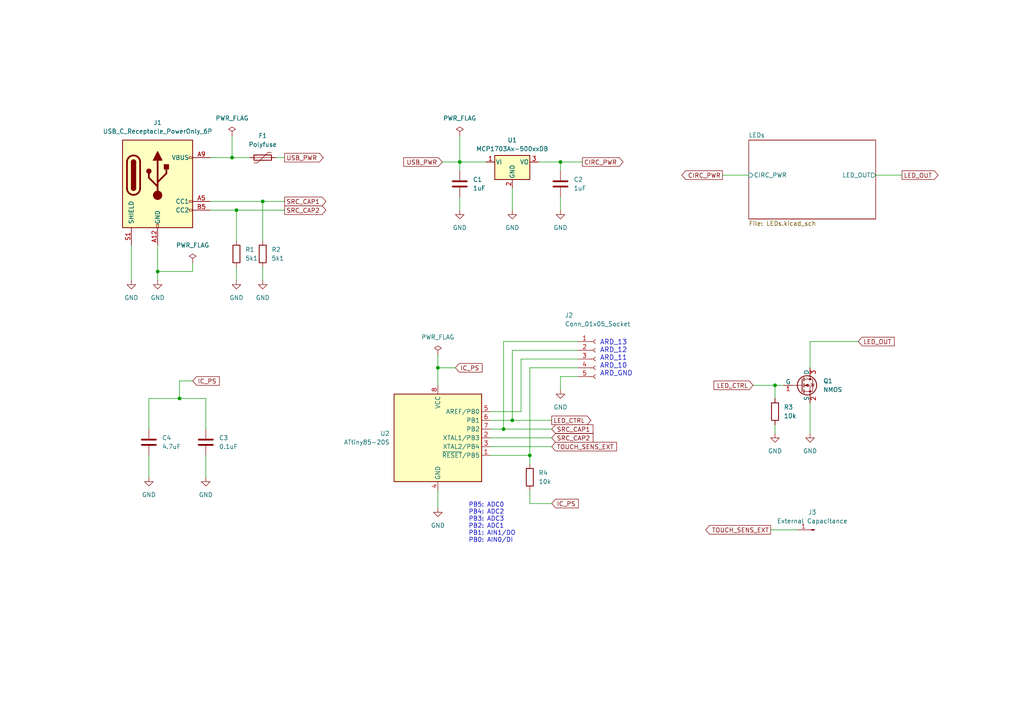
<source format=kicad_sch>
(kicad_sch (version 20230121) (generator eeschema)

  (uuid ddbc896e-66d6-4622-8a61-6aa5f65e6ad4)

  (paper "A4")

  (lib_symbols
    (symbol "Connector:Conn_01x01_Pin" (pin_names (offset 1.016) hide) (in_bom yes) (on_board yes)
      (property "Reference" "J" (at 0 2.54 0)
        (effects (font (size 1.27 1.27)))
      )
      (property "Value" "Conn_01x01_Pin" (at 0 -2.54 0)
        (effects (font (size 1.27 1.27)))
      )
      (property "Footprint" "" (at 0 0 0)
        (effects (font (size 1.27 1.27)) hide)
      )
      (property "Datasheet" "~" (at 0 0 0)
        (effects (font (size 1.27 1.27)) hide)
      )
      (property "ki_locked" "" (at 0 0 0)
        (effects (font (size 1.27 1.27)))
      )
      (property "ki_keywords" "connector" (at 0 0 0)
        (effects (font (size 1.27 1.27)) hide)
      )
      (property "ki_description" "Generic connector, single row, 01x01, script generated" (at 0 0 0)
        (effects (font (size 1.27 1.27)) hide)
      )
      (property "ki_fp_filters" "Connector*:*_1x??_*" (at 0 0 0)
        (effects (font (size 1.27 1.27)) hide)
      )
      (symbol "Conn_01x01_Pin_1_1"
        (polyline
          (pts
            (xy 1.27 0)
            (xy 0.8636 0)
          )
          (stroke (width 0.1524) (type default))
          (fill (type none))
        )
        (rectangle (start 0.8636 0.127) (end 0 -0.127)
          (stroke (width 0.1524) (type default))
          (fill (type outline))
        )
        (pin passive line (at 5.08 0 180) (length 3.81)
          (name "Pin_1" (effects (font (size 1.27 1.27))))
          (number "1" (effects (font (size 1.27 1.27))))
        )
      )
    )
    (symbol "Connector:Conn_01x05_Socket" (pin_names (offset 1.016) hide) (in_bom yes) (on_board yes)
      (property "Reference" "J" (at 0 7.62 0)
        (effects (font (size 1.27 1.27)))
      )
      (property "Value" "Conn_01x05_Socket" (at 0 -7.62 0)
        (effects (font (size 1.27 1.27)))
      )
      (property "Footprint" "" (at 0 0 0)
        (effects (font (size 1.27 1.27)) hide)
      )
      (property "Datasheet" "~" (at 0 0 0)
        (effects (font (size 1.27 1.27)) hide)
      )
      (property "ki_locked" "" (at 0 0 0)
        (effects (font (size 1.27 1.27)))
      )
      (property "ki_keywords" "connector" (at 0 0 0)
        (effects (font (size 1.27 1.27)) hide)
      )
      (property "ki_description" "Generic connector, single row, 01x05, script generated" (at 0 0 0)
        (effects (font (size 1.27 1.27)) hide)
      )
      (property "ki_fp_filters" "Connector*:*_1x??_*" (at 0 0 0)
        (effects (font (size 1.27 1.27)) hide)
      )
      (symbol "Conn_01x05_Socket_1_1"
        (arc (start 0 -4.572) (mid -0.5058 -5.08) (end 0 -5.588)
          (stroke (width 0.1524) (type default))
          (fill (type none))
        )
        (arc (start 0 -2.032) (mid -0.5058 -2.54) (end 0 -3.048)
          (stroke (width 0.1524) (type default))
          (fill (type none))
        )
        (polyline
          (pts
            (xy -1.27 -5.08)
            (xy -0.508 -5.08)
          )
          (stroke (width 0.1524) (type default))
          (fill (type none))
        )
        (polyline
          (pts
            (xy -1.27 -2.54)
            (xy -0.508 -2.54)
          )
          (stroke (width 0.1524) (type default))
          (fill (type none))
        )
        (polyline
          (pts
            (xy -1.27 0)
            (xy -0.508 0)
          )
          (stroke (width 0.1524) (type default))
          (fill (type none))
        )
        (polyline
          (pts
            (xy -1.27 2.54)
            (xy -0.508 2.54)
          )
          (stroke (width 0.1524) (type default))
          (fill (type none))
        )
        (polyline
          (pts
            (xy -1.27 5.08)
            (xy -0.508 5.08)
          )
          (stroke (width 0.1524) (type default))
          (fill (type none))
        )
        (arc (start 0 0.508) (mid -0.5058 0) (end 0 -0.508)
          (stroke (width 0.1524) (type default))
          (fill (type none))
        )
        (arc (start 0 3.048) (mid -0.5058 2.54) (end 0 2.032)
          (stroke (width 0.1524) (type default))
          (fill (type none))
        )
        (arc (start 0 5.588) (mid -0.5058 5.08) (end 0 4.572)
          (stroke (width 0.1524) (type default))
          (fill (type none))
        )
        (pin passive line (at -5.08 5.08 0) (length 3.81)
          (name "Pin_1" (effects (font (size 1.27 1.27))))
          (number "1" (effects (font (size 1.27 1.27))))
        )
        (pin passive line (at -5.08 2.54 0) (length 3.81)
          (name "Pin_2" (effects (font (size 1.27 1.27))))
          (number "2" (effects (font (size 1.27 1.27))))
        )
        (pin passive line (at -5.08 0 0) (length 3.81)
          (name "Pin_3" (effects (font (size 1.27 1.27))))
          (number "3" (effects (font (size 1.27 1.27))))
        )
        (pin passive line (at -5.08 -2.54 0) (length 3.81)
          (name "Pin_4" (effects (font (size 1.27 1.27))))
          (number "4" (effects (font (size 1.27 1.27))))
        )
        (pin passive line (at -5.08 -5.08 0) (length 3.81)
          (name "Pin_5" (effects (font (size 1.27 1.27))))
          (number "5" (effects (font (size 1.27 1.27))))
        )
      )
    )
    (symbol "Connector:USB_C_Receptacle_PowerOnly_6P" (pin_names (offset 1.016)) (in_bom yes) (on_board yes)
      (property "Reference" "J" (at 0 16.51 0)
        (effects (font (size 1.27 1.27)) (justify bottom))
      )
      (property "Value" "USB_C_Receptacle_PowerOnly_6P" (at 0 13.97 0)
        (effects (font (size 1.27 1.27)) (justify bottom))
      )
      (property "Footprint" "" (at 3.81 2.54 0)
        (effects (font (size 1.27 1.27)) hide)
      )
      (property "Datasheet" "https://www.usb.org/sites/default/files/documents/usb_type-c.zip" (at 0 0 0)
        (effects (font (size 1.27 1.27)) hide)
      )
      (property "ki_keywords" "usb universal serial bus type-C power-only charging-only 6P 6C" (at 0 0 0)
        (effects (font (size 1.27 1.27)) hide)
      )
      (property "ki_description" "USB Power-Only 6P Type-C Receptacle connector" (at 0 0 0)
        (effects (font (size 1.27 1.27)) hide)
      )
      (property "ki_fp_filters" "USB*C*Receptacle*" (at 0 0 0)
        (effects (font (size 1.27 1.27)) hide)
      )
      (symbol "USB_C_Receptacle_PowerOnly_6P_0_0"
        (rectangle (start -0.254 -12.7) (end 0.254 -11.684)
          (stroke (width 0) (type default))
          (fill (type none))
        )
        (rectangle (start 10.16 -7.366) (end 9.144 -7.874)
          (stroke (width 0) (type default))
          (fill (type none))
        )
        (rectangle (start 10.16 -4.826) (end 9.144 -5.334)
          (stroke (width 0) (type default))
          (fill (type none))
        )
        (rectangle (start 10.16 7.874) (end 9.144 7.366)
          (stroke (width 0) (type default))
          (fill (type none))
        )
      )
      (symbol "USB_C_Receptacle_PowerOnly_6P_0_1"
        (rectangle (start -10.16 12.7) (end 10.16 -12.7)
          (stroke (width 0.254) (type default))
          (fill (type background))
        )
        (arc (start -8.89 -1.27) (mid -6.985 -3.1667) (end -5.08 -1.27)
          (stroke (width 0.508) (type default))
          (fill (type none))
        )
        (arc (start -7.62 -1.27) (mid -6.985 -1.9023) (end -6.35 -1.27)
          (stroke (width 0.254) (type default))
          (fill (type none))
        )
        (arc (start -7.62 -1.27) (mid -6.985 -1.9023) (end -6.35 -1.27)
          (stroke (width 0.254) (type default))
          (fill (type outline))
        )
        (rectangle (start -7.62 -1.27) (end -6.35 6.35)
          (stroke (width 0.254) (type default))
          (fill (type outline))
        )
        (arc (start -6.35 6.35) (mid -6.985 6.9823) (end -7.62 6.35)
          (stroke (width 0.254) (type default))
          (fill (type none))
        )
        (arc (start -6.35 6.35) (mid -6.985 6.9823) (end -7.62 6.35)
          (stroke (width 0.254) (type default))
          (fill (type outline))
        )
        (arc (start -5.08 6.35) (mid -6.985 8.2467) (end -8.89 6.35)
          (stroke (width 0.508) (type default))
          (fill (type none))
        )
        (circle (center -2.54 3.683) (radius 0.635)
          (stroke (width 0.254) (type default))
          (fill (type outline))
        )
        (circle (center 0 -3.302) (radius 1.27)
          (stroke (width 0) (type default))
          (fill (type outline))
        )
        (polyline
          (pts
            (xy -8.89 -1.27)
            (xy -8.89 6.35)
          )
          (stroke (width 0.508) (type default))
          (fill (type none))
        )
        (polyline
          (pts
            (xy -5.08 6.35)
            (xy -5.08 -1.27)
          )
          (stroke (width 0.508) (type default))
          (fill (type none))
        )
        (polyline
          (pts
            (xy 0 -3.302)
            (xy 0 6.858)
          )
          (stroke (width 0.508) (type default))
          (fill (type none))
        )
        (polyline
          (pts
            (xy 0 -0.762)
            (xy -2.54 1.778)
            (xy -2.54 3.048)
          )
          (stroke (width 0.508) (type default))
          (fill (type none))
        )
        (polyline
          (pts
            (xy 0 0.508)
            (xy 2.54 3.048)
            (xy 2.54 4.318)
          )
          (stroke (width 0.508) (type default))
          (fill (type none))
        )
        (polyline
          (pts
            (xy -1.27 6.858)
            (xy 0 9.398)
            (xy 1.27 6.858)
            (xy -1.27 6.858)
          )
          (stroke (width 0.254) (type default))
          (fill (type outline))
        )
        (rectangle (start 1.905 4.318) (end 3.175 5.588)
          (stroke (width 0.254) (type default))
          (fill (type outline))
        )
      )
      (symbol "USB_C_Receptacle_PowerOnly_6P_1_1"
        (pin passive line (at 0 -17.78 90) (length 5.08)
          (name "GND" (effects (font (size 1.27 1.27))))
          (number "A12" (effects (font (size 1.27 1.27))))
        )
        (pin bidirectional line (at 15.24 -5.08 180) (length 5.08)
          (name "CC1" (effects (font (size 1.27 1.27))))
          (number "A5" (effects (font (size 1.27 1.27))))
        )
        (pin passive line (at 15.24 7.62 180) (length 5.08)
          (name "VBUS" (effects (font (size 1.27 1.27))))
          (number "A9" (effects (font (size 1.27 1.27))))
        )
        (pin passive line (at 0 -17.78 90) (length 5.08) hide
          (name "GND" (effects (font (size 1.27 1.27))))
          (number "B12" (effects (font (size 1.27 1.27))))
        )
        (pin bidirectional line (at 15.24 -7.62 180) (length 5.08)
          (name "CC2" (effects (font (size 1.27 1.27))))
          (number "B5" (effects (font (size 1.27 1.27))))
        )
        (pin passive line (at 15.24 7.62 180) (length 5.08) hide
          (name "VBUS" (effects (font (size 1.27 1.27))))
          (number "B9" (effects (font (size 1.27 1.27))))
        )
        (pin passive line (at -7.62 -17.78 90) (length 5.08)
          (name "SHIELD" (effects (font (size 1.27 1.27))))
          (number "S1" (effects (font (size 1.27 1.27))))
        )
      )
    )
    (symbol "Device:C" (pin_numbers hide) (pin_names (offset 0.254)) (in_bom yes) (on_board yes)
      (property "Reference" "C" (at 0.635 2.54 0)
        (effects (font (size 1.27 1.27)) (justify left))
      )
      (property "Value" "C" (at 0.635 -2.54 0)
        (effects (font (size 1.27 1.27)) (justify left))
      )
      (property "Footprint" "" (at 0.9652 -3.81 0)
        (effects (font (size 1.27 1.27)) hide)
      )
      (property "Datasheet" "~" (at 0 0 0)
        (effects (font (size 1.27 1.27)) hide)
      )
      (property "ki_keywords" "cap capacitor" (at 0 0 0)
        (effects (font (size 1.27 1.27)) hide)
      )
      (property "ki_description" "Unpolarized capacitor" (at 0 0 0)
        (effects (font (size 1.27 1.27)) hide)
      )
      (property "ki_fp_filters" "C_*" (at 0 0 0)
        (effects (font (size 1.27 1.27)) hide)
      )
      (symbol "C_0_1"
        (polyline
          (pts
            (xy -2.032 -0.762)
            (xy 2.032 -0.762)
          )
          (stroke (width 0.508) (type default))
          (fill (type none))
        )
        (polyline
          (pts
            (xy -2.032 0.762)
            (xy 2.032 0.762)
          )
          (stroke (width 0.508) (type default))
          (fill (type none))
        )
      )
      (symbol "C_1_1"
        (pin passive line (at 0 3.81 270) (length 2.794)
          (name "~" (effects (font (size 1.27 1.27))))
          (number "1" (effects (font (size 1.27 1.27))))
        )
        (pin passive line (at 0 -3.81 90) (length 2.794)
          (name "~" (effects (font (size 1.27 1.27))))
          (number "2" (effects (font (size 1.27 1.27))))
        )
      )
    )
    (symbol "Device:Polyfuse" (pin_numbers hide) (pin_names (offset 0)) (in_bom yes) (on_board yes)
      (property "Reference" "F" (at -2.54 0 90)
        (effects (font (size 1.27 1.27)))
      )
      (property "Value" "Polyfuse" (at 2.54 0 90)
        (effects (font (size 1.27 1.27)))
      )
      (property "Footprint" "" (at 1.27 -5.08 0)
        (effects (font (size 1.27 1.27)) (justify left) hide)
      )
      (property "Datasheet" "~" (at 0 0 0)
        (effects (font (size 1.27 1.27)) hide)
      )
      (property "ki_keywords" "resettable fuse PTC PPTC polyfuse polyswitch" (at 0 0 0)
        (effects (font (size 1.27 1.27)) hide)
      )
      (property "ki_description" "Resettable fuse, polymeric positive temperature coefficient" (at 0 0 0)
        (effects (font (size 1.27 1.27)) hide)
      )
      (property "ki_fp_filters" "*polyfuse* *PTC*" (at 0 0 0)
        (effects (font (size 1.27 1.27)) hide)
      )
      (symbol "Polyfuse_0_1"
        (rectangle (start -0.762 2.54) (end 0.762 -2.54)
          (stroke (width 0.254) (type default))
          (fill (type none))
        )
        (polyline
          (pts
            (xy 0 2.54)
            (xy 0 -2.54)
          )
          (stroke (width 0) (type default))
          (fill (type none))
        )
        (polyline
          (pts
            (xy -1.524 2.54)
            (xy -1.524 1.524)
            (xy 1.524 -1.524)
            (xy 1.524 -2.54)
          )
          (stroke (width 0) (type default))
          (fill (type none))
        )
      )
      (symbol "Polyfuse_1_1"
        (pin passive line (at 0 3.81 270) (length 1.27)
          (name "~" (effects (font (size 1.27 1.27))))
          (number "1" (effects (font (size 1.27 1.27))))
        )
        (pin passive line (at 0 -3.81 90) (length 1.27)
          (name "~" (effects (font (size 1.27 1.27))))
          (number "2" (effects (font (size 1.27 1.27))))
        )
      )
    )
    (symbol "Device:R" (pin_numbers hide) (pin_names (offset 0)) (in_bom yes) (on_board yes)
      (property "Reference" "R" (at 2.032 0 90)
        (effects (font (size 1.27 1.27)))
      )
      (property "Value" "R" (at 0 0 90)
        (effects (font (size 1.27 1.27)))
      )
      (property "Footprint" "" (at -1.778 0 90)
        (effects (font (size 1.27 1.27)) hide)
      )
      (property "Datasheet" "~" (at 0 0 0)
        (effects (font (size 1.27 1.27)) hide)
      )
      (property "ki_keywords" "R res resistor" (at 0 0 0)
        (effects (font (size 1.27 1.27)) hide)
      )
      (property "ki_description" "Resistor" (at 0 0 0)
        (effects (font (size 1.27 1.27)) hide)
      )
      (property "ki_fp_filters" "R_*" (at 0 0 0)
        (effects (font (size 1.27 1.27)) hide)
      )
      (symbol "R_0_1"
        (rectangle (start -1.016 -2.54) (end 1.016 2.54)
          (stroke (width 0.254) (type default))
          (fill (type none))
        )
      )
      (symbol "R_1_1"
        (pin passive line (at 0 3.81 270) (length 1.27)
          (name "~" (effects (font (size 1.27 1.27))))
          (number "1" (effects (font (size 1.27 1.27))))
        )
        (pin passive line (at 0 -3.81 90) (length 1.27)
          (name "~" (effects (font (size 1.27 1.27))))
          (number "2" (effects (font (size 1.27 1.27))))
        )
      )
    )
    (symbol "MCU_Microchip_ATtiny:ATtiny85-20S" (in_bom yes) (on_board yes)
      (property "Reference" "U" (at -12.7 13.97 0)
        (effects (font (size 1.27 1.27)) (justify left bottom))
      )
      (property "Value" "ATtiny85-20S" (at 2.54 -13.97 0)
        (effects (font (size 1.27 1.27)) (justify left top))
      )
      (property "Footprint" "Package_SO:SOIC-8W_5.3x5.3mm_P1.27mm" (at 0 0 0)
        (effects (font (size 1.27 1.27) italic) hide)
      )
      (property "Datasheet" "http://ww1.microchip.com/downloads/en/DeviceDoc/atmel-2586-avr-8-bit-microcontroller-attiny25-attiny45-attiny85_datasheet.pdf" (at 0 0 0)
        (effects (font (size 1.27 1.27)) hide)
      )
      (property "ki_keywords" "AVR 8bit Microcontroller tinyAVR" (at 0 0 0)
        (effects (font (size 1.27 1.27)) hide)
      )
      (property "ki_description" "20MHz, 8kB Flash, 512B SRAM, 512B EEPROM, debugWIRE, SOIC-8W" (at 0 0 0)
        (effects (font (size 1.27 1.27)) hide)
      )
      (property "ki_fp_filters" "SOIC*5.3x5.3mm*P1.27mm*" (at 0 0 0)
        (effects (font (size 1.27 1.27)) hide)
      )
      (symbol "ATtiny85-20S_0_1"
        (rectangle (start -12.7 -12.7) (end 12.7 12.7)
          (stroke (width 0.254) (type default))
          (fill (type background))
        )
      )
      (symbol "ATtiny85-20S_1_1"
        (pin bidirectional line (at 15.24 -5.08 180) (length 2.54)
          (name "~{RESET}/PB5" (effects (font (size 1.27 1.27))))
          (number "1" (effects (font (size 1.27 1.27))))
        )
        (pin bidirectional line (at 15.24 0 180) (length 2.54)
          (name "XTAL1/PB3" (effects (font (size 1.27 1.27))))
          (number "2" (effects (font (size 1.27 1.27))))
        )
        (pin bidirectional line (at 15.24 -2.54 180) (length 2.54)
          (name "XTAL2/PB4" (effects (font (size 1.27 1.27))))
          (number "3" (effects (font (size 1.27 1.27))))
        )
        (pin power_in line (at 0 -15.24 90) (length 2.54)
          (name "GND" (effects (font (size 1.27 1.27))))
          (number "4" (effects (font (size 1.27 1.27))))
        )
        (pin bidirectional line (at 15.24 7.62 180) (length 2.54)
          (name "AREF/PB0" (effects (font (size 1.27 1.27))))
          (number "5" (effects (font (size 1.27 1.27))))
        )
        (pin bidirectional line (at 15.24 5.08 180) (length 2.54)
          (name "PB1" (effects (font (size 1.27 1.27))))
          (number "6" (effects (font (size 1.27 1.27))))
        )
        (pin bidirectional line (at 15.24 2.54 180) (length 2.54)
          (name "PB2" (effects (font (size 1.27 1.27))))
          (number "7" (effects (font (size 1.27 1.27))))
        )
        (pin power_in line (at 0 15.24 270) (length 2.54)
          (name "VCC" (effects (font (size 1.27 1.27))))
          (number "8" (effects (font (size 1.27 1.27))))
        )
      )
    )
    (symbol "Regulator_Linear:MCP1703Ax-500xxDB" (pin_names (offset 0.254)) (in_bom yes) (on_board yes)
      (property "Reference" "U" (at -3.81 3.175 0)
        (effects (font (size 1.27 1.27)))
      )
      (property "Value" "MCP1703Ax-500xxDB" (at 0 3.175 0)
        (effects (font (size 1.27 1.27)) (justify left))
      )
      (property "Footprint" "Package_TO_SOT_SMD:SOT-223-3_TabPin2" (at 0 5.08 0)
        (effects (font (size 1.27 1.27)) hide)
      )
      (property "Datasheet" "http://ww1.microchip.com/downloads/en/DeviceDoc/20005122B.pdf" (at 0 -1.27 0)
        (effects (font (size 1.27 1.27)) hide)
      )
      (property "ki_keywords" "REGULATOR LDO" (at 0 0 0)
        (effects (font (size 1.27 1.27)) hide)
      )
      (property "ki_description" "Low Quiescent Current LDO Regulator, 5.0V, 250mA, Vin<=16V, SOT-223" (at 0 0 0)
        (effects (font (size 1.27 1.27)) hide)
      )
      (property "ki_fp_filters" "SOT?223*TabPin2*" (at 0 0 0)
        (effects (font (size 1.27 1.27)) hide)
      )
      (symbol "MCP1703Ax-500xxDB_0_1"
        (rectangle (start -5.08 -5.08) (end 5.08 1.905)
          (stroke (width 0.254) (type default))
          (fill (type background))
        )
      )
      (symbol "MCP1703Ax-500xxDB_1_1"
        (pin power_in line (at -7.62 0 0) (length 2.54)
          (name "VI" (effects (font (size 1.27 1.27))))
          (number "1" (effects (font (size 1.27 1.27))))
        )
        (pin power_in line (at 0 -7.62 90) (length 2.54)
          (name "GND" (effects (font (size 1.27 1.27))))
          (number "2" (effects (font (size 1.27 1.27))))
        )
        (pin power_out line (at 7.62 0 180) (length 2.54)
          (name "VO" (effects (font (size 1.27 1.27))))
          (number "3" (effects (font (size 1.27 1.27))))
        )
      )
    )
    (symbol "Simulation_SPICE:NMOS" (pin_names (offset 0)) (in_bom yes) (on_board yes)
      (property "Reference" "Q1" (at 6.35 1.27 0)
        (effects (font (size 1.27 1.27)) (justify left))
      )
      (property "Value" "NMOS" (at 6.35 -1.27 0)
        (effects (font (size 1.27 1.27)) (justify left))
      )
      (property "Footprint" "Package_TO_SOT_SMD:SuperSOT-3" (at 5.08 2.54 0)
        (effects (font (size 1.27 1.27)) hide)
      )
      (property "Datasheet" "https://ngspice.sourceforge.io/docs/ngspice-manual.pdf" (at 0 -12.7 0)
        (effects (font (size 1.27 1.27)) hide)
      )
      (property "Sim.Device" "NMOS" (at 0 -17.145 0)
        (effects (font (size 1.27 1.27)) hide)
      )
      (property "Sim.Type" "VDMOS" (at 0 -19.05 0)
        (effects (font (size 1.27 1.27)) hide)
      )
      (property "Sim.Pins" "1=D 2=G 3=S" (at 0 -15.24 0)
        (effects (font (size 1.27 1.27)) hide)
      )
      (property "ki_keywords" "transistor NMOS N-MOS N-MOSFET simulation" (at 0 0 0)
        (effects (font (size 1.27 1.27)) hide)
      )
      (property "ki_description" "N-MOSFET transistor, drain/source/gate" (at 0 0 0)
        (effects (font (size 1.27 1.27)) hide)
      )
      (symbol "NMOS_0_1"
        (polyline
          (pts
            (xy 0.254 0)
            (xy -2.54 0)
          )
          (stroke (width 0) (type default))
          (fill (type none))
        )
        (polyline
          (pts
            (xy 0.254 1.905)
            (xy 0.254 -1.905)
          )
          (stroke (width 0.254) (type default))
          (fill (type none))
        )
        (polyline
          (pts
            (xy 0.762 -1.27)
            (xy 0.762 -2.286)
          )
          (stroke (width 0.254) (type default))
          (fill (type none))
        )
        (polyline
          (pts
            (xy 0.762 0.508)
            (xy 0.762 -0.508)
          )
          (stroke (width 0.254) (type default))
          (fill (type none))
        )
        (polyline
          (pts
            (xy 0.762 2.286)
            (xy 0.762 1.27)
          )
          (stroke (width 0.254) (type default))
          (fill (type none))
        )
        (polyline
          (pts
            (xy 2.54 2.54)
            (xy 2.54 1.778)
          )
          (stroke (width 0) (type default))
          (fill (type none))
        )
        (polyline
          (pts
            (xy 2.54 -2.54)
            (xy 2.54 0)
            (xy 0.762 0)
          )
          (stroke (width 0) (type default))
          (fill (type none))
        )
        (polyline
          (pts
            (xy 0.762 -1.778)
            (xy 3.302 -1.778)
            (xy 3.302 1.778)
            (xy 0.762 1.778)
          )
          (stroke (width 0) (type default))
          (fill (type none))
        )
        (polyline
          (pts
            (xy 1.016 0)
            (xy 2.032 0.381)
            (xy 2.032 -0.381)
            (xy 1.016 0)
          )
          (stroke (width 0) (type default))
          (fill (type outline))
        )
        (polyline
          (pts
            (xy 2.794 0.508)
            (xy 2.921 0.381)
            (xy 3.683 0.381)
            (xy 3.81 0.254)
          )
          (stroke (width 0) (type default))
          (fill (type none))
        )
        (polyline
          (pts
            (xy 3.302 0.381)
            (xy 2.921 -0.254)
            (xy 3.683 -0.254)
            (xy 3.302 0.381)
          )
          (stroke (width 0) (type default))
          (fill (type none))
        )
        (circle (center 1.651 0) (radius 2.794)
          (stroke (width 0.254) (type default))
          (fill (type none))
        )
        (circle (center 2.54 -1.778) (radius 0.254)
          (stroke (width 0) (type default))
          (fill (type outline))
        )
        (circle (center 2.54 1.778) (radius 0.254)
          (stroke (width 0) (type default))
          (fill (type outline))
        )
      )
      (symbol "NMOS_1_1"
        (pin input line (at -5.08 0 0) (length 2.54)
          (name "G" (effects (font (size 1.27 1.27))))
          (number "1" (effects (font (size 1.27 1.27))))
        )
        (pin passive line (at 2.54 -5.08 90) (length 2.54)
          (name "S" (effects (font (size 1.27 1.27))))
          (number "2" (effects (font (size 1.27 1.27))))
        )
        (pin passive line (at 2.54 5.08 270) (length 2.54)
          (name "D" (effects (font (size 1.27 1.27))))
          (number "3" (effects (font (size 1.27 1.27))))
        )
      )
    )
    (symbol "power:GND" (power) (pin_names (offset 0)) (in_bom yes) (on_board yes)
      (property "Reference" "#PWR" (at 0 -6.35 0)
        (effects (font (size 1.27 1.27)) hide)
      )
      (property "Value" "GND" (at 0 -3.81 0)
        (effects (font (size 1.27 1.27)))
      )
      (property "Footprint" "" (at 0 0 0)
        (effects (font (size 1.27 1.27)) hide)
      )
      (property "Datasheet" "" (at 0 0 0)
        (effects (font (size 1.27 1.27)) hide)
      )
      (property "ki_keywords" "global power" (at 0 0 0)
        (effects (font (size 1.27 1.27)) hide)
      )
      (property "ki_description" "Power symbol creates a global label with name \"GND\" , ground" (at 0 0 0)
        (effects (font (size 1.27 1.27)) hide)
      )
      (symbol "GND_0_1"
        (polyline
          (pts
            (xy 0 0)
            (xy 0 -1.27)
            (xy 1.27 -1.27)
            (xy 0 -2.54)
            (xy -1.27 -1.27)
            (xy 0 -1.27)
          )
          (stroke (width 0) (type default))
          (fill (type none))
        )
      )
      (symbol "GND_1_1"
        (pin power_in line (at 0 0 270) (length 0) hide
          (name "GND" (effects (font (size 1.27 1.27))))
          (number "1" (effects (font (size 1.27 1.27))))
        )
      )
    )
    (symbol "power:PWR_FLAG" (power) (pin_numbers hide) (pin_names (offset 0) hide) (in_bom yes) (on_board yes)
      (property "Reference" "#FLG" (at 0 1.905 0)
        (effects (font (size 1.27 1.27)) hide)
      )
      (property "Value" "PWR_FLAG" (at 0 3.81 0)
        (effects (font (size 1.27 1.27)))
      )
      (property "Footprint" "" (at 0 0 0)
        (effects (font (size 1.27 1.27)) hide)
      )
      (property "Datasheet" "~" (at 0 0 0)
        (effects (font (size 1.27 1.27)) hide)
      )
      (property "ki_keywords" "flag power" (at 0 0 0)
        (effects (font (size 1.27 1.27)) hide)
      )
      (property "ki_description" "Special symbol for telling ERC where power comes from" (at 0 0 0)
        (effects (font (size 1.27 1.27)) hide)
      )
      (symbol "PWR_FLAG_0_0"
        (pin power_out line (at 0 0 90) (length 0)
          (name "pwr" (effects (font (size 1.27 1.27))))
          (number "1" (effects (font (size 1.27 1.27))))
        )
      )
      (symbol "PWR_FLAG_0_1"
        (polyline
          (pts
            (xy 0 0)
            (xy 0 1.27)
            (xy -1.016 1.905)
            (xy 0 2.54)
            (xy 1.016 1.905)
            (xy 0 1.27)
          )
          (stroke (width 0) (type default))
          (fill (type none))
        )
      )
    )
  )

  (junction (at 76.2 58.42) (diameter 0) (color 0 0 0 0)
    (uuid 14a79dd2-bb76-42fb-aa9a-09ac3ca65995)
  )
  (junction (at 127 106.68) (diameter 0) (color 0 0 0 0)
    (uuid 5a4be8b5-ae14-432a-8fb0-0888ae0cf496)
  )
  (junction (at 68.58 60.96) (diameter 0) (color 0 0 0 0)
    (uuid 5d11f7d3-3f8d-4a18-b43a-7f2495747bce)
  )
  (junction (at 45.72 78.74) (diameter 0) (color 0 0 0 0)
    (uuid 5f5b0923-abbe-4081-a0f7-390b0e3f3067)
  )
  (junction (at 133.35 46.99) (diameter 0) (color 0 0 0 0)
    (uuid 7b05ed19-eec7-4f9d-972a-ac0b9ee960e5)
  )
  (junction (at 224.79 111.76) (diameter 0) (color 0 0 0 0)
    (uuid 872a9642-0126-45e9-8726-77461547638d)
  )
  (junction (at 67.31 45.72) (diameter 0) (color 0 0 0 0)
    (uuid 9c67cc66-f157-45e4-9a12-44d6dfb28874)
  )
  (junction (at 146.05 124.46) (diameter 0) (color 0 0 0 0)
    (uuid ae456323-8713-4bf3-bc00-79d99d7dda40)
  )
  (junction (at 148.59 121.92) (diameter 0) (color 0 0 0 0)
    (uuid b10af278-0335-415a-b657-dcc1555f69e3)
  )
  (junction (at 153.67 132.08) (diameter 0) (color 0 0 0 0)
    (uuid bb3e19ca-cbef-429d-adad-2ce586539aad)
  )
  (junction (at 162.56 46.99) (diameter 0) (color 0 0 0 0)
    (uuid c422b78f-32d0-4971-9479-f59909d47eaa)
  )
  (junction (at 52.07 115.57) (diameter 0) (color 0 0 0 0)
    (uuid ef478bab-59d1-4ca9-b036-4f6e4c1ae017)
  )

  (wire (pts (xy 133.35 39.37) (xy 133.35 46.99))
    (stroke (width 0) (type default))
    (uuid 00bb5c1e-90a1-4e7c-b17a-1e0d47b45aa9)
  )
  (wire (pts (xy 68.58 77.47) (xy 68.58 81.28))
    (stroke (width 0) (type default))
    (uuid 00ffa1ae-2c5b-43dd-85c3-4412a84fe3c4)
  )
  (wire (pts (xy 224.79 111.76) (xy 224.79 115.57))
    (stroke (width 0) (type default))
    (uuid 02d9714a-938c-471e-809e-d72a6a96bce3)
  )
  (wire (pts (xy 224.79 123.19) (xy 224.79 125.73))
    (stroke (width 0) (type default))
    (uuid 04a5e6a4-5a2c-4d8c-b1df-10183ca3e4bd)
  )
  (wire (pts (xy 76.2 77.47) (xy 76.2 81.28))
    (stroke (width 0) (type default))
    (uuid 053041cf-89e6-449d-a114-fcb6673f67bd)
  )
  (wire (pts (xy 148.59 54.61) (xy 148.59 60.96))
    (stroke (width 0) (type default))
    (uuid 068735a8-6868-4b2f-9a8a-a4dbc89ef402)
  )
  (wire (pts (xy 133.35 57.15) (xy 133.35 60.96))
    (stroke (width 0) (type default))
    (uuid 07b3c46d-0a8a-4fac-9e44-b86e40bfa648)
  )
  (wire (pts (xy 148.59 121.92) (xy 160.02 121.92))
    (stroke (width 0) (type default))
    (uuid 0953f82a-3933-4ab2-afb0-484bc36fd411)
  )
  (wire (pts (xy 67.31 45.72) (xy 72.39 45.72))
    (stroke (width 0) (type default))
    (uuid 09fbfe2a-d17c-4243-9494-05a77ff99405)
  )
  (wire (pts (xy 146.05 124.46) (xy 160.02 124.46))
    (stroke (width 0) (type default))
    (uuid 1792cad4-d4f4-4af1-8305-28f6b46596cf)
  )
  (wire (pts (xy 227.33 111.76) (xy 224.79 111.76))
    (stroke (width 0) (type default))
    (uuid 1f39d52d-3831-4ced-84c7-4767cd3851a8)
  )
  (wire (pts (xy 162.56 46.99) (xy 162.56 49.53))
    (stroke (width 0) (type default))
    (uuid 207bd395-67fa-46b4-b7b0-b261794f1ccd)
  )
  (wire (pts (xy 142.24 127) (xy 160.02 127))
    (stroke (width 0) (type default))
    (uuid 25a130ad-77d6-44da-b73e-a43a0802b406)
  )
  (wire (pts (xy 148.59 101.6) (xy 148.59 121.92))
    (stroke (width 0) (type default))
    (uuid 316b00c7-03e9-47a7-be8d-f057ff01e172)
  )
  (wire (pts (xy 142.24 121.92) (xy 148.59 121.92))
    (stroke (width 0) (type default))
    (uuid 318d07bc-90d4-46f3-8015-9bb7e6c90e4d)
  )
  (wire (pts (xy 153.67 106.68) (xy 153.67 132.08))
    (stroke (width 0) (type default))
    (uuid 345171c4-9a15-451c-9a03-ac3b03003463)
  )
  (wire (pts (xy 153.67 142.24) (xy 153.67 146.05))
    (stroke (width 0) (type default))
    (uuid 3572e565-27c8-4c38-b42b-7e7f2cbe7c54)
  )
  (wire (pts (xy 68.58 60.96) (xy 68.58 69.85))
    (stroke (width 0) (type default))
    (uuid 35954ea0-6c4f-4527-a27b-743a64f3c155)
  )
  (wire (pts (xy 60.96 45.72) (xy 67.31 45.72))
    (stroke (width 0) (type default))
    (uuid 36df92bb-36c3-410c-ab97-1463a98f54d8)
  )
  (wire (pts (xy 167.64 106.68) (xy 153.67 106.68))
    (stroke (width 0) (type default))
    (uuid 3cb5728a-3675-47e0-9963-16b54c51d7a7)
  )
  (wire (pts (xy 234.95 116.84) (xy 234.95 125.73))
    (stroke (width 0) (type default))
    (uuid 3cd558ad-c6e7-4f74-bfcc-32c1d323449f)
  )
  (wire (pts (xy 80.01 45.72) (xy 82.55 45.72))
    (stroke (width 0) (type default))
    (uuid 3fc569b0-e788-478c-b731-17ec52b6cb9f)
  )
  (wire (pts (xy 254 50.8) (xy 261.62 50.8))
    (stroke (width 0) (type default))
    (uuid 4fc5b1e3-404d-488c-8253-479d834a3966)
  )
  (wire (pts (xy 146.05 99.06) (xy 146.05 124.46))
    (stroke (width 0) (type default))
    (uuid 529b421e-df82-42e8-98dd-dfe25aa572ba)
  )
  (wire (pts (xy 55.88 110.49) (xy 52.07 110.49))
    (stroke (width 0) (type default))
    (uuid 55b86380-f9f8-4468-9237-936df38762b3)
  )
  (wire (pts (xy 128.27 46.99) (xy 133.35 46.99))
    (stroke (width 0) (type default))
    (uuid 582e8678-c52c-43ee-a40b-361f9fe58b1b)
  )
  (wire (pts (xy 209.55 50.8) (xy 217.17 50.8))
    (stroke (width 0) (type default))
    (uuid 5af15d34-fcff-4262-a1fc-f0fb43ae45e1)
  )
  (wire (pts (xy 142.24 124.46) (xy 146.05 124.46))
    (stroke (width 0) (type default))
    (uuid 5bd79619-d6cf-4689-8923-db14cc438be9)
  )
  (wire (pts (xy 133.35 49.53) (xy 133.35 46.99))
    (stroke (width 0) (type default))
    (uuid 5f7ab3a3-ed6f-4ff2-b497-2a81db73a36b)
  )
  (wire (pts (xy 38.1 71.12) (xy 38.1 81.28))
    (stroke (width 0) (type default))
    (uuid 624fe0fb-9b1e-404a-869b-aa2e39b48f2c)
  )
  (wire (pts (xy 45.72 78.74) (xy 45.72 81.28))
    (stroke (width 0) (type default))
    (uuid 63898cc6-c242-44dc-8143-35e1a6a4fb5f)
  )
  (wire (pts (xy 55.88 76.2) (xy 55.88 78.74))
    (stroke (width 0) (type default))
    (uuid 6502c8f5-6195-4f94-b1d8-7c41e122b236)
  )
  (wire (pts (xy 151.13 119.38) (xy 142.24 119.38))
    (stroke (width 0) (type default))
    (uuid 66f25ee5-34db-4878-9be8-dfc4db44cde6)
  )
  (wire (pts (xy 43.18 115.57) (xy 52.07 115.57))
    (stroke (width 0) (type default))
    (uuid 682c1b1d-f1fb-4983-9e38-83da87cb1789)
  )
  (wire (pts (xy 162.56 109.22) (xy 162.56 113.03))
    (stroke (width 0) (type default))
    (uuid 6ce02c17-5719-4f34-b99c-cddcc0893c49)
  )
  (wire (pts (xy 151.13 104.14) (xy 151.13 119.38))
    (stroke (width 0) (type default))
    (uuid 7b76bffe-bb76-49a7-8ccf-1553444bde63)
  )
  (wire (pts (xy 76.2 58.42) (xy 82.55 58.42))
    (stroke (width 0) (type default))
    (uuid 7d17c7c0-7ad5-4ca5-9e45-7d1a93ce4d7b)
  )
  (wire (pts (xy 76.2 58.42) (xy 76.2 69.85))
    (stroke (width 0) (type default))
    (uuid 7e63b2f2-d638-4f51-90ae-46c778ed0564)
  )
  (wire (pts (xy 218.44 111.76) (xy 224.79 111.76))
    (stroke (width 0) (type default))
    (uuid 7ed28f0c-c07a-4dc8-b878-5c61ddc9696f)
  )
  (wire (pts (xy 162.56 46.99) (xy 168.91 46.99))
    (stroke (width 0) (type default))
    (uuid 800d0125-c784-4dcf-be11-ecac8025b8f7)
  )
  (wire (pts (xy 167.64 99.06) (xy 146.05 99.06))
    (stroke (width 0) (type default))
    (uuid 87f62b21-e6f2-4ae9-a659-8e87c439d566)
  )
  (wire (pts (xy 127 142.24) (xy 127 147.32))
    (stroke (width 0) (type default))
    (uuid 8a34bd37-5369-4c7f-ab53-0acddb95d345)
  )
  (wire (pts (xy 59.69 132.08) (xy 59.69 138.43))
    (stroke (width 0) (type default))
    (uuid 9141c17d-e24c-4fcd-8444-15d539fe8099)
  )
  (wire (pts (xy 52.07 115.57) (xy 59.69 115.57))
    (stroke (width 0) (type default))
    (uuid 917b024d-a47d-4eb3-afbf-1e2eadad8290)
  )
  (wire (pts (xy 60.96 58.42) (xy 76.2 58.42))
    (stroke (width 0) (type default))
    (uuid a52b20ef-26dc-4109-ab3d-7b9053f95024)
  )
  (wire (pts (xy 67.31 39.37) (xy 67.31 45.72))
    (stroke (width 0) (type default))
    (uuid a6364290-136b-4bfa-abdb-823f7c0441b2)
  )
  (wire (pts (xy 45.72 78.74) (xy 55.88 78.74))
    (stroke (width 0) (type default))
    (uuid aa19a235-72d4-4ed1-ad16-3e2a92865f03)
  )
  (wire (pts (xy 156.21 46.99) (xy 162.56 46.99))
    (stroke (width 0) (type default))
    (uuid abecb951-07d3-4a20-ae92-73b8af59b1d1)
  )
  (wire (pts (xy 60.96 60.96) (xy 68.58 60.96))
    (stroke (width 0) (type default))
    (uuid ae051591-5aab-47e6-bb43-1e15bffc4591)
  )
  (wire (pts (xy 127 106.68) (xy 127 111.76))
    (stroke (width 0) (type default))
    (uuid aea625a3-8226-4e3f-8697-6bf19460a4c8)
  )
  (wire (pts (xy 142.24 132.08) (xy 153.67 132.08))
    (stroke (width 0) (type default))
    (uuid b4c26113-7a09-4e16-a79d-e548111f9564)
  )
  (wire (pts (xy 153.67 132.08) (xy 153.67 134.62))
    (stroke (width 0) (type default))
    (uuid b71d12bf-8365-4927-9788-2df7f933774b)
  )
  (wire (pts (xy 127 102.87) (xy 127 106.68))
    (stroke (width 0) (type default))
    (uuid b8e5afb4-0f20-4b9f-8f17-2bf42d7dedf2)
  )
  (wire (pts (xy 45.72 71.12) (xy 45.72 78.74))
    (stroke (width 0) (type default))
    (uuid bd5e6b42-afb1-407c-8a4e-56c7461cd7f4)
  )
  (wire (pts (xy 127 106.68) (xy 132.08 106.68))
    (stroke (width 0) (type default))
    (uuid be18ebba-1a1a-4e0d-a2e4-19998d3365f8)
  )
  (wire (pts (xy 223.52 153.67) (xy 231.14 153.67))
    (stroke (width 0) (type default))
    (uuid c74d595a-2a6e-42a1-87e8-00f32840e092)
  )
  (wire (pts (xy 234.95 99.06) (xy 248.92 99.06))
    (stroke (width 0) (type default))
    (uuid d4041e3d-ff77-42bf-bc5d-e5125a47fd6e)
  )
  (wire (pts (xy 234.95 99.06) (xy 234.95 106.68))
    (stroke (width 0) (type default))
    (uuid d57cee5a-2807-4f21-a820-ace0d3d770fd)
  )
  (wire (pts (xy 43.18 115.57) (xy 43.18 124.46))
    (stroke (width 0) (type default))
    (uuid d599494b-8250-4c81-9337-4ea7f63cb5f6)
  )
  (wire (pts (xy 162.56 57.15) (xy 162.56 60.96))
    (stroke (width 0) (type default))
    (uuid ded770b7-48e3-422e-af04-e71f6432d32e)
  )
  (wire (pts (xy 142.24 129.54) (xy 160.02 129.54))
    (stroke (width 0) (type default))
    (uuid e2323df9-b7a4-4fff-8ff9-e9ba84b5e18c)
  )
  (wire (pts (xy 167.64 104.14) (xy 151.13 104.14))
    (stroke (width 0) (type default))
    (uuid e233af53-fdc8-4d7a-a767-2371d52c802c)
  )
  (wire (pts (xy 133.35 46.99) (xy 140.97 46.99))
    (stroke (width 0) (type default))
    (uuid e29b5b2d-8908-439f-9383-d2a4776d7518)
  )
  (wire (pts (xy 68.58 60.96) (xy 82.55 60.96))
    (stroke (width 0) (type default))
    (uuid ebe19fe3-8f98-4663-bbef-30de10f35123)
  )
  (wire (pts (xy 59.69 115.57) (xy 59.69 124.46))
    (stroke (width 0) (type default))
    (uuid ecfe9c8c-7c04-49aa-8cff-77441f8edfd3)
  )
  (wire (pts (xy 43.18 132.08) (xy 43.18 138.43))
    (stroke (width 0) (type default))
    (uuid eea4ffb8-7649-451a-8e73-c1dd6e32271b)
  )
  (wire (pts (xy 160.02 146.05) (xy 153.67 146.05))
    (stroke (width 0) (type default))
    (uuid f5242093-ac59-460e-a2e9-60533030e5df)
  )
  (wire (pts (xy 167.64 101.6) (xy 148.59 101.6))
    (stroke (width 0) (type default))
    (uuid f73cb2bf-2030-44b6-93f0-d6788327e03c)
  )
  (wire (pts (xy 52.07 110.49) (xy 52.07 115.57))
    (stroke (width 0) (type default))
    (uuid fd8d9862-920d-4f9c-8139-8e3db01b5dad)
  )
  (wire (pts (xy 162.56 109.22) (xy 167.64 109.22))
    (stroke (width 0) (type default))
    (uuid feb6e5a9-f580-43aa-83fe-9ed0c7b22b60)
  )

  (text "PB5: ADC0\nPB4: ADC2\nPB3: ADC3\nPB2: ADC1\nPB1: AIN1/DO\nPB0: AIN0/DI"
    (at 135.89 157.48 0)
    (effects (font (size 1.27 1.27)) (justify left bottom))
    (uuid 6b003e16-2d14-44b5-a5a2-47ea2424eacf)
  )
  (text "ARD_13\nARD_12\nARD_11\nARD_10\nARD_GND" (at 173.99 109.22 0)
    (effects (font (size 1.4 1.4)) (justify left bottom))
    (uuid a8baaffb-32d4-4572-8f0b-f8a290825ad7)
  )

  (global_label "USB_PWR" (shape input) (at 128.27 46.99 180) (fields_autoplaced)
    (effects (font (size 1.27 1.27)) (justify right))
    (uuid 023afeca-b96f-45e2-9710-f3a9b4520e96)
    (property "Intersheetrefs" "${INTERSHEET_REFS}" (at 116.5158 46.99 0)
      (effects (font (size 1.27 1.27)) (justify right) hide)
    )
  )
  (global_label "LED_CTRL" (shape input) (at 218.44 111.76 180) (fields_autoplaced)
    (effects (font (size 1.27 1.27)) (justify right))
    (uuid 0cd9d8fb-1f99-4d45-a8f3-32ec0e6ec44e)
    (property "Intersheetrefs" "${INTERSHEET_REFS}" (at 206.5044 111.76 0)
      (effects (font (size 1.27 1.27)) (justify right) hide)
    )
  )
  (global_label "SRC_CAP1" (shape output) (at 82.55 58.42 0) (fields_autoplaced)
    (effects (font (size 1.27 1.27)) (justify left))
    (uuid 0fd6b0a2-7b79-440b-bd46-905298d85bff)
    (property "Intersheetrefs" "${INTERSHEET_REFS}" (at 95.0904 58.42 0)
      (effects (font (size 1.27 1.27)) (justify left) hide)
    )
  )
  (global_label "SRC_CAP1" (shape input) (at 160.02 124.46 0) (fields_autoplaced)
    (effects (font (size 1.27 1.27)) (justify left))
    (uuid 19253bc3-92a1-4631-84ac-f003b11c0b21)
    (property "Intersheetrefs" "${INTERSHEET_REFS}" (at 172.5604 124.46 0)
      (effects (font (size 1.27 1.27)) (justify left) hide)
    )
  )
  (global_label "IC_PS" (shape input) (at 55.88 110.49 0) (fields_autoplaced)
    (effects (font (size 1.27 1.27)) (justify left))
    (uuid 22836b5e-d861-422a-be90-37309abe3beb)
    (property "Intersheetrefs" "${INTERSHEET_REFS}" (at 64.1871 110.49 0)
      (effects (font (size 1.27 1.27)) (justify left) hide)
    )
  )
  (global_label "SRC_CAP2" (shape output) (at 82.55 60.96 0) (fields_autoplaced)
    (effects (font (size 1.27 1.27)) (justify left))
    (uuid 237cbe12-b011-4471-9714-e6b6dbd37298)
    (property "Intersheetrefs" "${INTERSHEET_REFS}" (at 95.0904 60.96 0)
      (effects (font (size 1.27 1.27)) (justify left) hide)
    )
  )
  (global_label "IC_PS" (shape input) (at 132.08 106.68 0) (fields_autoplaced)
    (effects (font (size 1.27 1.27)) (justify left))
    (uuid 56096092-f4db-4bed-bccd-36df6209ad46)
    (property "Intersheetrefs" "${INTERSHEET_REFS}" (at 140.3871 106.68 0)
      (effects (font (size 1.27 1.27)) (justify left) hide)
    )
  )
  (global_label "USB_PWR" (shape output) (at 82.55 45.72 0) (fields_autoplaced)
    (effects (font (size 1.27 1.27)) (justify left))
    (uuid 6b8ed848-593a-47e2-b3d6-742725fa278e)
    (property "Intersheetrefs" "${INTERSHEET_REFS}" (at 94.3042 45.72 0)
      (effects (font (size 1.27 1.27)) (justify left) hide)
    )
  )
  (global_label "TOUCH_SENS_EXT" (shape input) (at 160.02 129.54 0) (fields_autoplaced)
    (effects (font (size 1.27 1.27)) (justify left))
    (uuid 71705799-78d9-4d2e-8f80-de70c48975d8)
    (property "Intersheetrefs" "${INTERSHEET_REFS}" (at 179.3941 129.54 0)
      (effects (font (size 1.27 1.27)) (justify left) hide)
    )
  )
  (global_label "LED_OUT" (shape output) (at 261.62 50.8 0) (fields_autoplaced)
    (effects (font (size 1.27 1.27)) (justify left))
    (uuid 79cbc9d7-d032-4190-bf6f-7c451a352ccb)
    (property "Intersheetrefs" "${INTERSHEET_REFS}" (at 272.6485 50.8 0)
      (effects (font (size 1.27 1.27)) (justify left) hide)
    )
  )
  (global_label "LED_OUT" (shape input) (at 248.92 99.06 0) (fields_autoplaced)
    (effects (font (size 1.27 1.27)) (justify left))
    (uuid 832013dc-24ec-4f45-978b-5add8f6eb70c)
    (property "Intersheetrefs" "${INTERSHEET_REFS}" (at 259.9485 99.06 0)
      (effects (font (size 1.27 1.27)) (justify left) hide)
    )
  )
  (global_label "SRC_CAP2" (shape input) (at 160.02 127 0) (fields_autoplaced)
    (effects (font (size 1.27 1.27)) (justify left))
    (uuid a099c8f6-4e78-4368-88dd-91c74bb9ad79)
    (property "Intersheetrefs" "${INTERSHEET_REFS}" (at 172.5604 127 0)
      (effects (font (size 1.27 1.27)) (justify left) hide)
    )
  )
  (global_label "LED_CTRL" (shape output) (at 160.02 121.92 0) (fields_autoplaced)
    (effects (font (size 1.27 1.27)) (justify left))
    (uuid a7df5d62-df0f-4f73-8d07-63e9d2b0d3b9)
    (property "Intersheetrefs" "${INTERSHEET_REFS}" (at 171.9556 121.92 0)
      (effects (font (size 1.27 1.27)) (justify left) hide)
    )
  )
  (global_label "IC_PS" (shape input) (at 160.02 146.05 0) (fields_autoplaced)
    (effects (font (size 1.27 1.27)) (justify left))
    (uuid b9a8ffe2-0b25-4773-8d99-f1db6b53e6b5)
    (property "Intersheetrefs" "${INTERSHEET_REFS}" (at 168.3271 146.05 0)
      (effects (font (size 1.27 1.27)) (justify left) hide)
    )
  )
  (global_label "CIRC_PWR" (shape output) (at 209.55 50.8 180) (fields_autoplaced)
    (effects (font (size 1.27 1.27)) (justify right))
    (uuid bf4e8b5f-279a-4cb9-8b48-c962ca3b8b46)
    (property "Intersheetrefs" "${INTERSHEET_REFS}" (at 197.191 50.8 0)
      (effects (font (size 1.27 1.27)) (justify right) hide)
    )
  )
  (global_label "TOUCH_SENS_EXT" (shape output) (at 223.52 153.67 180) (fields_autoplaced)
    (effects (font (size 1.27 1.27)) (justify right))
    (uuid dd9f5980-5ba2-44cf-b83a-0e537be2bfad)
    (property "Intersheetrefs" "${INTERSHEET_REFS}" (at 204.1459 153.67 0)
      (effects (font (size 1.27 1.27)) (justify right) hide)
    )
  )
  (global_label "CIRC_PWR" (shape output) (at 168.91 46.99 0) (fields_autoplaced)
    (effects (font (size 1.27 1.27)) (justify left))
    (uuid ecc39e9b-8e3f-473c-8594-36fc3c8c8b18)
    (property "Intersheetrefs" "${INTERSHEET_REFS}" (at 181.269 46.99 0)
      (effects (font (size 1.27 1.27)) (justify left) hide)
    )
  )

  (symbol (lib_id "Device:R") (at 153.67 138.43 0) (unit 1)
    (in_bom yes) (on_board yes) (dnp no) (fields_autoplaced)
    (uuid 107f32ba-9353-4958-ab82-363b8945c7d5)
    (property "Reference" "R4" (at 156.21 137.16 0)
      (effects (font (size 1.27 1.27)) (justify left))
    )
    (property "Value" "10k" (at 156.21 139.7 0)
      (effects (font (size 1.27 1.27)) (justify left))
    )
    (property "Footprint" "Resistor_SMD:R_0603_1608Metric" (at 151.892 138.43 90)
      (effects (font (size 1.27 1.27)) hide)
    )
    (property "Datasheet" "~" (at 153.67 138.43 0)
      (effects (font (size 1.27 1.27)) hide)
    )
    (pin "2" (uuid 70868e0f-d9f8-405f-8daa-8102d1a1d7a2))
    (pin "1" (uuid cbc62234-ff10-465b-889b-6b1d0670a2b9))
    (instances
      (project "v4"
        (path "/ddbc896e-66d6-4622-8a61-6aa5f65e6ad4"
          (reference "R4") (unit 1)
        )
      )
    )
  )

  (symbol (lib_id "Device:C") (at 43.18 128.27 0) (unit 1)
    (in_bom yes) (on_board yes) (dnp no) (fields_autoplaced)
    (uuid 10b1ea3b-6559-4c98-8a61-9b6bf9c4783b)
    (property "Reference" "C4" (at 46.99 127 0)
      (effects (font (size 1.27 1.27)) (justify left))
    )
    (property "Value" "4.7uF" (at 46.99 129.54 0)
      (effects (font (size 1.27 1.27)) (justify left))
    )
    (property "Footprint" "Capacitor_SMD:C_0603_1608Metric" (at 44.1452 132.08 0)
      (effects (font (size 1.27 1.27)) hide)
    )
    (property "Datasheet" "~" (at 43.18 128.27 0)
      (effects (font (size 1.27 1.27)) hide)
    )
    (pin "2" (uuid 6b66406e-7e72-4514-add9-34c94202b436))
    (pin "1" (uuid aaa049de-d476-4849-a737-7f7b9356e1bf))
    (instances
      (project "v4"
        (path "/ddbc896e-66d6-4622-8a61-6aa5f65e6ad4"
          (reference "C4") (unit 1)
        )
      )
    )
  )

  (symbol (lib_id "power:GND") (at 127 147.32 0) (unit 1)
    (in_bom yes) (on_board yes) (dnp no) (fields_autoplaced)
    (uuid 11631126-3484-48d7-923d-9d103b470678)
    (property "Reference" "#PWR011" (at 127 153.67 0)
      (effects (font (size 1.27 1.27)) hide)
    )
    (property "Value" "GND" (at 127 152.4 0)
      (effects (font (size 1.27 1.27)))
    )
    (property "Footprint" "" (at 127 147.32 0)
      (effects (font (size 1.27 1.27)) hide)
    )
    (property "Datasheet" "" (at 127 147.32 0)
      (effects (font (size 1.27 1.27)) hide)
    )
    (pin "1" (uuid dbab4b33-5eca-4f6b-bdd1-669fe54c5a7d))
    (instances
      (project "v4"
        (path "/ddbc896e-66d6-4622-8a61-6aa5f65e6ad4"
          (reference "#PWR011") (unit 1)
        )
      )
    )
  )

  (symbol (lib_id "power:GND") (at 38.1 81.28 0) (unit 1)
    (in_bom yes) (on_board yes) (dnp no) (fields_autoplaced)
    (uuid 174ba623-be23-437b-8065-6171b7fe97f4)
    (property "Reference" "#PWR04" (at 38.1 87.63 0)
      (effects (font (size 1.27 1.27)) hide)
    )
    (property "Value" "GND" (at 38.1 86.36 0)
      (effects (font (size 1.27 1.27)))
    )
    (property "Footprint" "" (at 38.1 81.28 0)
      (effects (font (size 1.27 1.27)) hide)
    )
    (property "Datasheet" "" (at 38.1 81.28 0)
      (effects (font (size 1.27 1.27)) hide)
    )
    (pin "1" (uuid ab24e27f-9138-462a-bbc4-d8410bc962b8))
    (instances
      (project "v4"
        (path "/ddbc896e-66d6-4622-8a61-6aa5f65e6ad4"
          (reference "#PWR04") (unit 1)
        )
      )
    )
  )

  (symbol (lib_id "Device:R") (at 68.58 73.66 0) (unit 1)
    (in_bom yes) (on_board yes) (dnp no) (fields_autoplaced)
    (uuid 181470a7-8d3a-4687-95fc-581bfc1c4b8d)
    (property "Reference" "R1" (at 71.12 72.39 0)
      (effects (font (size 1.27 1.27)) (justify left))
    )
    (property "Value" "5k1" (at 71.12 74.93 0)
      (effects (font (size 1.27 1.27)) (justify left))
    )
    (property "Footprint" "Resistor_SMD:R_0603_1608Metric" (at 66.802 73.66 90)
      (effects (font (size 1.27 1.27)) hide)
    )
    (property "Datasheet" "~" (at 68.58 73.66 0)
      (effects (font (size 1.27 1.27)) hide)
    )
    (pin "2" (uuid 76f7e98b-53a4-4bd3-9856-7c3749c758e1))
    (pin "1" (uuid 751dfc42-f15d-4e29-befd-250c0c2e86b8))
    (instances
      (project "v4"
        (path "/ddbc896e-66d6-4622-8a61-6aa5f65e6ad4"
          (reference "R1") (unit 1)
        )
      )
    )
  )

  (symbol (lib_id "Device:C") (at 162.56 53.34 0) (unit 1)
    (in_bom yes) (on_board yes) (dnp no) (fields_autoplaced)
    (uuid 1a4e7710-1010-49d7-8b22-212c0a76a449)
    (property "Reference" "C2" (at 166.37 52.07 0)
      (effects (font (size 1.27 1.27)) (justify left))
    )
    (property "Value" "1uF" (at 166.37 54.61 0)
      (effects (font (size 1.27 1.27)) (justify left))
    )
    (property "Footprint" "Capacitor_SMD:C_0603_1608Metric" (at 163.5252 57.15 0)
      (effects (font (size 1.27 1.27)) hide)
    )
    (property "Datasheet" "~" (at 162.56 53.34 0)
      (effects (font (size 1.27 1.27)) hide)
    )
    (pin "2" (uuid 8a16cca9-8058-400a-82fd-9ae8b4092906))
    (pin "1" (uuid 563c180c-5fe7-4a94-8d3d-8c54b907473c))
    (instances
      (project "v4"
        (path "/ddbc896e-66d6-4622-8a61-6aa5f65e6ad4"
          (reference "C2") (unit 1)
        )
      )
    )
  )

  (symbol (lib_id "power:GND") (at 224.79 125.73 0) (unit 1)
    (in_bom yes) (on_board yes) (dnp no) (fields_autoplaced)
    (uuid 246f78c9-dfd5-43ea-b16d-e19656c87cbf)
    (property "Reference" "#PWR017" (at 224.79 132.08 0)
      (effects (font (size 1.27 1.27)) hide)
    )
    (property "Value" "GND" (at 224.79 130.81 0)
      (effects (font (size 1.27 1.27)))
    )
    (property "Footprint" "" (at 224.79 125.73 0)
      (effects (font (size 1.27 1.27)) hide)
    )
    (property "Datasheet" "" (at 224.79 125.73 0)
      (effects (font (size 1.27 1.27)) hide)
    )
    (pin "1" (uuid e7a8eba0-38af-43c3-982f-070f80edcce9))
    (instances
      (project "v1"
        (path "/49694771-7942-42f9-b994-64bce0ef5026"
          (reference "#PWR017") (unit 1)
        )
      )
      (project "v4"
        (path "/ddbc896e-66d6-4622-8a61-6aa5f65e6ad4"
          (reference "#PWR010") (unit 1)
        )
      )
    )
  )

  (symbol (lib_id "Connector:Conn_01x05_Socket") (at 172.72 104.14 0) (unit 1)
    (in_bom yes) (on_board yes) (dnp no)
    (uuid 24852906-4de5-4a48-a570-b4f350582657)
    (property "Reference" "J2" (at 163.83 91.44 0)
      (effects (font (size 1.27 1.27)) (justify left))
    )
    (property "Value" "Conn_01x05_Socket" (at 163.83 93.98 0)
      (effects (font (size 1.27 1.27)) (justify left))
    )
    (property "Footprint" "Connector_PinHeader_2.54mm:PinHeader_1x05_P2.54mm_Vertical" (at 172.72 104.14 0)
      (effects (font (size 1.27 1.27)) hide)
    )
    (property "Datasheet" "~" (at 172.72 104.14 0)
      (effects (font (size 1.27 1.27)) hide)
    )
    (pin "2" (uuid 09b293d3-aabc-4f83-82b4-673fe8079db3))
    (pin "1" (uuid 94459fc8-ba25-4e72-a039-9afc58c2abd3))
    (pin "3" (uuid 35f22012-f0fa-4d2d-835e-e394e8d6cee8))
    (pin "4" (uuid d1b7ce49-4113-4d2e-9320-fdd2103ca499))
    (pin "5" (uuid c3751dd5-784c-4627-8a88-df19fafdb514))
    (instances
      (project "v4"
        (path "/ddbc896e-66d6-4622-8a61-6aa5f65e6ad4"
          (reference "J2") (unit 1)
        )
      )
    )
  )

  (symbol (lib_id "Device:R") (at 224.79 119.38 0) (unit 1)
    (in_bom yes) (on_board yes) (dnp no) (fields_autoplaced)
    (uuid 2f1a5ca1-fe64-4ad4-907d-f4236923db76)
    (property "Reference" "R12" (at 227.33 118.11 0)
      (effects (font (size 1.27 1.27)) (justify left))
    )
    (property "Value" "10k" (at 227.33 120.65 0)
      (effects (font (size 1.27 1.27)) (justify left))
    )
    (property "Footprint" "Resistor_SMD:R_0603_1608Metric" (at 223.012 119.38 90)
      (effects (font (size 1.27 1.27)) hide)
    )
    (property "Datasheet" "~" (at 224.79 119.38 0)
      (effects (font (size 1.27 1.27)) hide)
    )
    (pin "1" (uuid 85195bc6-f55b-4222-8fca-bea564695504))
    (pin "2" (uuid 936de206-9327-4ed5-8dc6-3e17e51678cc))
    (instances
      (project "v1"
        (path "/49694771-7942-42f9-b994-64bce0ef5026"
          (reference "R12") (unit 1)
        )
      )
      (project "v4"
        (path "/ddbc896e-66d6-4622-8a61-6aa5f65e6ad4"
          (reference "R3") (unit 1)
        )
      )
    )
  )

  (symbol (lib_id "power:GND") (at 162.56 60.96 0) (unit 1)
    (in_bom yes) (on_board yes) (dnp no) (fields_autoplaced)
    (uuid 383f1eac-7aef-4d96-a7b4-9f79cd58148e)
    (property "Reference" "#PWR03" (at 162.56 67.31 0)
      (effects (font (size 1.27 1.27)) hide)
    )
    (property "Value" "GND" (at 162.56 66.04 0)
      (effects (font (size 1.27 1.27)))
    )
    (property "Footprint" "" (at 162.56 60.96 0)
      (effects (font (size 1.27 1.27)) hide)
    )
    (property "Datasheet" "" (at 162.56 60.96 0)
      (effects (font (size 1.27 1.27)) hide)
    )
    (pin "1" (uuid 34e2adb7-5f47-4694-b9de-cf3e43a38569))
    (instances
      (project "v4"
        (path "/ddbc896e-66d6-4622-8a61-6aa5f65e6ad4"
          (reference "#PWR03") (unit 1)
        )
      )
    )
  )

  (symbol (lib_id "power:GND") (at 68.58 81.28 0) (unit 1)
    (in_bom yes) (on_board yes) (dnp no) (fields_autoplaced)
    (uuid 3a07cf05-aeeb-448b-9d55-caf397d8f024)
    (property "Reference" "#PWR06" (at 68.58 87.63 0)
      (effects (font (size 1.27 1.27)) hide)
    )
    (property "Value" "GND" (at 68.58 86.36 0)
      (effects (font (size 1.27 1.27)))
    )
    (property "Footprint" "" (at 68.58 81.28 0)
      (effects (font (size 1.27 1.27)) hide)
    )
    (property "Datasheet" "" (at 68.58 81.28 0)
      (effects (font (size 1.27 1.27)) hide)
    )
    (pin "1" (uuid be3f9300-b31b-413a-ac96-26584ccab22a))
    (instances
      (project "v4"
        (path "/ddbc896e-66d6-4622-8a61-6aa5f65e6ad4"
          (reference "#PWR06") (unit 1)
        )
      )
    )
  )

  (symbol (lib_id "power:GND") (at 162.56 113.03 0) (unit 1)
    (in_bom yes) (on_board yes) (dnp no) (fields_autoplaced)
    (uuid 42205dda-6cd2-4ca3-9614-528d54f0ed36)
    (property "Reference" "#PWR08" (at 162.56 119.38 0)
      (effects (font (size 1.27 1.27)) hide)
    )
    (property "Value" "GND" (at 162.56 118.11 0)
      (effects (font (size 1.27 1.27)))
    )
    (property "Footprint" "" (at 162.56 113.03 0)
      (effects (font (size 1.27 1.27)) hide)
    )
    (property "Datasheet" "" (at 162.56 113.03 0)
      (effects (font (size 1.27 1.27)) hide)
    )
    (pin "1" (uuid eaee5d5d-f8f3-4d89-a78d-abf0aafec045))
    (instances
      (project "v4"
        (path "/ddbc896e-66d6-4622-8a61-6aa5f65e6ad4"
          (reference "#PWR08") (unit 1)
        )
      )
    )
  )

  (symbol (lib_id "power:GND") (at 133.35 60.96 0) (unit 1)
    (in_bom yes) (on_board yes) (dnp no) (fields_autoplaced)
    (uuid 51edd773-3fe5-4a86-ab83-f18f506c4cff)
    (property "Reference" "#PWR01" (at 133.35 67.31 0)
      (effects (font (size 1.27 1.27)) hide)
    )
    (property "Value" "GND" (at 133.35 66.04 0)
      (effects (font (size 1.27 1.27)))
    )
    (property "Footprint" "" (at 133.35 60.96 0)
      (effects (font (size 1.27 1.27)) hide)
    )
    (property "Datasheet" "" (at 133.35 60.96 0)
      (effects (font (size 1.27 1.27)) hide)
    )
    (pin "1" (uuid a31b4c6c-b6a8-4fdc-9199-dc2f5c49eeaf))
    (instances
      (project "v4"
        (path "/ddbc896e-66d6-4622-8a61-6aa5f65e6ad4"
          (reference "#PWR01") (unit 1)
        )
      )
    )
  )

  (symbol (lib_id "power:GND") (at 234.95 125.73 0) (unit 1)
    (in_bom yes) (on_board yes) (dnp no) (fields_autoplaced)
    (uuid 545301ca-f292-418e-a03e-cf6f8cdd541f)
    (property "Reference" "#PWR017" (at 234.95 132.08 0)
      (effects (font (size 1.27 1.27)) hide)
    )
    (property "Value" "GND" (at 234.95 130.81 0)
      (effects (font (size 1.27 1.27)))
    )
    (property "Footprint" "" (at 234.95 125.73 0)
      (effects (font (size 1.27 1.27)) hide)
    )
    (property "Datasheet" "" (at 234.95 125.73 0)
      (effects (font (size 1.27 1.27)) hide)
    )
    (pin "1" (uuid 6d840bdd-06da-4bf8-b88d-1aae8fb211e5))
    (instances
      (project "v1"
        (path "/49694771-7942-42f9-b994-64bce0ef5026"
          (reference "#PWR017") (unit 1)
        )
      )
      (project "v4"
        (path "/ddbc896e-66d6-4622-8a61-6aa5f65e6ad4"
          (reference "#PWR037") (unit 1)
        )
      )
    )
  )

  (symbol (lib_id "MCU_Microchip_ATtiny:ATtiny85-20S") (at 127 127 0) (unit 1)
    (in_bom yes) (on_board yes) (dnp no) (fields_autoplaced)
    (uuid 59a60856-5b08-45b6-ac68-40d9528f46f7)
    (property "Reference" "U2" (at 113.03 125.73 0)
      (effects (font (size 1.27 1.27)) (justify right))
    )
    (property "Value" "ATtiny85-20S" (at 113.03 128.27 0)
      (effects (font (size 1.27 1.27)) (justify right))
    )
    (property "Footprint" "Package_SO:SOIC-8W_5.3x5.3mm_P1.27mm" (at 127 127 0)
      (effects (font (size 1.27 1.27) italic) hide)
    )
    (property "Datasheet" "http://ww1.microchip.com/downloads/en/DeviceDoc/atmel-2586-avr-8-bit-microcontroller-attiny25-attiny45-attiny85_datasheet.pdf" (at 127 127 0)
      (effects (font (size 1.27 1.27)) hide)
    )
    (pin "3" (uuid 541e3046-34eb-4b2f-bb69-8df9a6b5dfa0))
    (pin "5" (uuid d81e4fd7-c597-4c47-9bc4-849a1c38a45d))
    (pin "2" (uuid 200217ed-4fed-40b5-8c22-3565c1091dd6))
    (pin "6" (uuid 2aeb0e30-09bb-421f-a6f6-98942a0e2e59))
    (pin "4" (uuid 38a272cc-dc57-4caa-9a2c-2e47d926fe8e))
    (pin "8" (uuid 7ade9183-5924-4a22-a880-edae76a8a4be))
    (pin "7" (uuid 1ff5f5e5-e789-4479-8d58-e68d8f7e1235))
    (pin "1" (uuid 226a96b0-69f4-46c2-bac0-eb4281afc91d))
    (instances
      (project "v4"
        (path "/ddbc896e-66d6-4622-8a61-6aa5f65e6ad4"
          (reference "U2") (unit 1)
        )
      )
    )
  )

  (symbol (lib_id "Connector:USB_C_Receptacle_PowerOnly_6P") (at 45.72 53.34 0) (unit 1)
    (in_bom yes) (on_board yes) (dnp no) (fields_autoplaced)
    (uuid 6d1cd557-a687-42f7-9e0e-75561707500c)
    (property "Reference" "J1" (at 45.72 35.56 0)
      (effects (font (size 1.27 1.27)))
    )
    (property "Value" "USB_C_Receptacle_PowerOnly_6P" (at 45.72 38.1 0)
      (effects (font (size 1.27 1.27)))
    )
    (property "Footprint" "Connector_USB:USB_C_Receptacle_GCT_USB4125-xx-x-0190_6P_TopMnt_Horizontal" (at 49.53 50.8 0)
      (effects (font (size 1.27 1.27)) hide)
    )
    (property "Datasheet" "https://www.usb.org/sites/default/files/documents/usb_type-c.zip" (at 45.72 53.34 0)
      (effects (font (size 1.27 1.27)) hide)
    )
    (pin "B9" (uuid 931545d7-3756-422c-bd84-3d552f9e5347))
    (pin "S1" (uuid 7c2edbd5-9e8c-4d44-89f8-a099181225d5))
    (pin "A5" (uuid f932a61e-bc2c-42ee-8474-982029b0f6bd))
    (pin "B5" (uuid d7dded42-0f33-49cf-8dfb-8b6a92e745b0))
    (pin "B12" (uuid aba321f1-f7c9-494c-8734-98faf22fc484))
    (pin "A9" (uuid 3b23d9a7-8e4d-4719-b1d5-6abfe2432e7d))
    (pin "A12" (uuid 3c295970-36e7-4b3a-8c20-27ab99f35c8a))
    (instances
      (project "v4"
        (path "/ddbc896e-66d6-4622-8a61-6aa5f65e6ad4"
          (reference "J1") (unit 1)
        )
      )
    )
  )

  (symbol (lib_id "Device:C") (at 133.35 53.34 0) (unit 1)
    (in_bom yes) (on_board yes) (dnp no) (fields_autoplaced)
    (uuid 6f892ecd-739e-4d75-b3b7-3f1e9dc63810)
    (property "Reference" "C1" (at 137.16 52.07 0)
      (effects (font (size 1.27 1.27)) (justify left))
    )
    (property "Value" "1uF" (at 137.16 54.61 0)
      (effects (font (size 1.27 1.27)) (justify left))
    )
    (property "Footprint" "Capacitor_SMD:C_0603_1608Metric" (at 134.3152 57.15 0)
      (effects (font (size 1.27 1.27)) hide)
    )
    (property "Datasheet" "~" (at 133.35 53.34 0)
      (effects (font (size 1.27 1.27)) hide)
    )
    (pin "2" (uuid 1232271e-aed5-4c8f-bc54-36690fbf475a))
    (pin "1" (uuid c4c28c59-f11d-4323-b849-bd85d7697c1d))
    (instances
      (project "v4"
        (path "/ddbc896e-66d6-4622-8a61-6aa5f65e6ad4"
          (reference "C1") (unit 1)
        )
      )
    )
  )

  (symbol (lib_id "Simulation_SPICE:NMOS") (at 232.41 111.76 0) (unit 1)
    (in_bom yes) (on_board yes) (dnp no) (fields_autoplaced)
    (uuid 7817af63-00f9-4f81-acb3-76dc78e349de)
    (property "Reference" "Q1" (at 238.76 110.49 0)
      (effects (font (size 1.27 1.27)) (justify left))
    )
    (property "Value" "NMOS" (at 238.76 113.03 0)
      (effects (font (size 1.27 1.27)) (justify left))
    )
    (property "Footprint" "Package_TO_SOT_SMD:SuperSOT-3" (at 237.49 109.22 0)
      (effects (font (size 1.27 1.27)) hide)
    )
    (property "Datasheet" "https://ngspice.sourceforge.io/docs/ngspice-manual.pdf" (at 232.41 124.46 0)
      (effects (font (size 1.27 1.27)) hide)
    )
    (property "Sim.Device" "NMOS" (at 232.41 128.905 0)
      (effects (font (size 1.27 1.27)) hide)
    )
    (property "Sim.Type" "VDMOS" (at 232.41 130.81 0)
      (effects (font (size 1.27 1.27)) hide)
    )
    (property "Sim.Pins" "1=D 2=G 3=S" (at 232.41 127 0)
      (effects (font (size 1.27 1.27)) hide)
    )
    (pin "1" (uuid 78ec86fc-b505-4dfb-b991-d1f5e3b46f84))
    (pin "2" (uuid 68e57ab5-db66-4b7c-a7f3-9ce3db1fcd77))
    (pin "3" (uuid 2b070ccb-4177-42ce-8145-d7a3404b6e7a))
    (instances
      (project "v1"
        (path "/49694771-7942-42f9-b994-64bce0ef5026"
          (reference "Q1") (unit 1)
        )
      )
      (project "v4"
        (path "/ddbc896e-66d6-4622-8a61-6aa5f65e6ad4"
          (reference "Q1") (unit 1)
        )
      )
    )
  )

  (symbol (lib_id "power:PWR_FLAG") (at 127 102.87 0) (unit 1)
    (in_bom yes) (on_board yes) (dnp no)
    (uuid 81cfd4cd-8742-413a-abd8-11fd7d47e945)
    (property "Reference" "#FLG04" (at 127 100.965 0)
      (effects (font (size 1.27 1.27)) hide)
    )
    (property "Value" "PWR_FLAG" (at 127 97.79 0)
      (effects (font (size 1.27 1.27)))
    )
    (property "Footprint" "" (at 127 102.87 0)
      (effects (font (size 1.27 1.27)) hide)
    )
    (property "Datasheet" "~" (at 127 102.87 0)
      (effects (font (size 1.27 1.27)) hide)
    )
    (pin "1" (uuid 19dbfd51-e50f-4ae2-b162-30836224b1e0))
    (instances
      (project "v4"
        (path "/ddbc896e-66d6-4622-8a61-6aa5f65e6ad4"
          (reference "#FLG04") (unit 1)
        )
      )
    )
  )

  (symbol (lib_id "power:GND") (at 43.18 138.43 0) (unit 1)
    (in_bom yes) (on_board yes) (dnp no) (fields_autoplaced)
    (uuid 8653c40d-fe21-4016-9fc3-b9ad14ff7bb3)
    (property "Reference" "#PWR09" (at 43.18 144.78 0)
      (effects (font (size 1.27 1.27)) hide)
    )
    (property "Value" "GND" (at 43.18 143.51 0)
      (effects (font (size 1.27 1.27)))
    )
    (property "Footprint" "" (at 43.18 138.43 0)
      (effects (font (size 1.27 1.27)) hide)
    )
    (property "Datasheet" "" (at 43.18 138.43 0)
      (effects (font (size 1.27 1.27)) hide)
    )
    (pin "1" (uuid 32081a8a-2a50-40cd-8525-8989f078cd70))
    (instances
      (project "v4"
        (path "/ddbc896e-66d6-4622-8a61-6aa5f65e6ad4"
          (reference "#PWR09") (unit 1)
        )
      )
    )
  )

  (symbol (lib_id "power:GND") (at 59.69 138.43 0) (unit 1)
    (in_bom yes) (on_board yes) (dnp no) (fields_autoplaced)
    (uuid 8af129a4-e29d-4b34-ab58-4555290ddd5f)
    (property "Reference" "#PWR012" (at 59.69 144.78 0)
      (effects (font (size 1.27 1.27)) hide)
    )
    (property "Value" "GND" (at 59.69 143.51 0)
      (effects (font (size 1.27 1.27)))
    )
    (property "Footprint" "" (at 59.69 138.43 0)
      (effects (font (size 1.27 1.27)) hide)
    )
    (property "Datasheet" "" (at 59.69 138.43 0)
      (effects (font (size 1.27 1.27)) hide)
    )
    (pin "1" (uuid 3e9bb218-d91c-4e1c-ab89-686a85564535))
    (instances
      (project "v4"
        (path "/ddbc896e-66d6-4622-8a61-6aa5f65e6ad4"
          (reference "#PWR012") (unit 1)
        )
      )
    )
  )

  (symbol (lib_id "Regulator_Linear:MCP1703Ax-500xxDB") (at 148.59 46.99 0) (unit 1)
    (in_bom yes) (on_board yes) (dnp no) (fields_autoplaced)
    (uuid aaddf0c4-7c7e-4578-9c6e-eb6f87e22d12)
    (property "Reference" "U1" (at 148.59 40.64 0)
      (effects (font (size 1.27 1.27)))
    )
    (property "Value" "MCP1703Ax-500xxDB" (at 148.59 43.18 0)
      (effects (font (size 1.27 1.27)))
    )
    (property "Footprint" "Package_TO_SOT_SMD:SOT-223-3_TabPin2" (at 148.59 41.91 0)
      (effects (font (size 1.27 1.27)) hide)
    )
    (property "Datasheet" "http://ww1.microchip.com/downloads/en/DeviceDoc/20005122B.pdf" (at 148.59 48.26 0)
      (effects (font (size 1.27 1.27)) hide)
    )
    (pin "1" (uuid 6e2d223a-abf0-4529-98cf-09905c7e174a))
    (pin "3" (uuid 75e5af4b-3120-4e92-a96a-8d85f3500898))
    (pin "2" (uuid f695928e-2498-4e18-9569-6cb6aa9364d8))
    (instances
      (project "v4"
        (path "/ddbc896e-66d6-4622-8a61-6aa5f65e6ad4"
          (reference "U1") (unit 1)
        )
      )
    )
  )

  (symbol (lib_id "Device:C") (at 59.69 128.27 0) (unit 1)
    (in_bom yes) (on_board yes) (dnp no) (fields_autoplaced)
    (uuid b594b15b-6cfa-4880-a097-bc80a39fb142)
    (property "Reference" "C3" (at 63.5 127 0)
      (effects (font (size 1.27 1.27)) (justify left))
    )
    (property "Value" "0.1uF" (at 63.5 129.54 0)
      (effects (font (size 1.27 1.27)) (justify left))
    )
    (property "Footprint" "Capacitor_SMD:C_0603_1608Metric" (at 60.6552 132.08 0)
      (effects (font (size 1.27 1.27)) hide)
    )
    (property "Datasheet" "~" (at 59.69 128.27 0)
      (effects (font (size 1.27 1.27)) hide)
    )
    (pin "2" (uuid 98fbe8d1-7600-4841-8568-f3e36c13d3bd))
    (pin "1" (uuid 617f5655-fe81-44c9-bdde-e31ecc04d82c))
    (instances
      (project "v4"
        (path "/ddbc896e-66d6-4622-8a61-6aa5f65e6ad4"
          (reference "C3") (unit 1)
        )
      )
    )
  )

  (symbol (lib_id "Device:R") (at 76.2 73.66 0) (unit 1)
    (in_bom yes) (on_board yes) (dnp no) (fields_autoplaced)
    (uuid bcaf1220-e4a5-4c8f-a06d-6ff1b8d46491)
    (property "Reference" "R2" (at 78.74 72.39 0)
      (effects (font (size 1.27 1.27)) (justify left))
    )
    (property "Value" "5k1" (at 78.74 74.93 0)
      (effects (font (size 1.27 1.27)) (justify left))
    )
    (property "Footprint" "Resistor_SMD:R_0603_1608Metric" (at 74.422 73.66 90)
      (effects (font (size 1.27 1.27)) hide)
    )
    (property "Datasheet" "~" (at 76.2 73.66 0)
      (effects (font (size 1.27 1.27)) hide)
    )
    (pin "2" (uuid 50a08978-179c-419b-82c8-b760aab97fa5))
    (pin "1" (uuid 357d4289-9ba1-4707-8e65-9ac0527f4aae))
    (instances
      (project "v4"
        (path "/ddbc896e-66d6-4622-8a61-6aa5f65e6ad4"
          (reference "R2") (unit 1)
        )
      )
    )
  )

  (symbol (lib_id "power:GND") (at 148.59 60.96 0) (unit 1)
    (in_bom yes) (on_board yes) (dnp no) (fields_autoplaced)
    (uuid bd7dcc27-73ba-49c2-8a24-d8afeb7b6a9d)
    (property "Reference" "#PWR02" (at 148.59 67.31 0)
      (effects (font (size 1.27 1.27)) hide)
    )
    (property "Value" "GND" (at 148.59 66.04 0)
      (effects (font (size 1.27 1.27)))
    )
    (property "Footprint" "" (at 148.59 60.96 0)
      (effects (font (size 1.27 1.27)) hide)
    )
    (property "Datasheet" "" (at 148.59 60.96 0)
      (effects (font (size 1.27 1.27)) hide)
    )
    (pin "1" (uuid 69693c12-983f-4cb5-8ed5-6a71491d4796))
    (instances
      (project "v4"
        (path "/ddbc896e-66d6-4622-8a61-6aa5f65e6ad4"
          (reference "#PWR02") (unit 1)
        )
      )
    )
  )

  (symbol (lib_id "power:GND") (at 45.72 81.28 0) (unit 1)
    (in_bom yes) (on_board yes) (dnp no) (fields_autoplaced)
    (uuid c115f356-2836-4f2e-abee-df4ee27c63f2)
    (property "Reference" "#PWR05" (at 45.72 87.63 0)
      (effects (font (size 1.27 1.27)) hide)
    )
    (property "Value" "GND" (at 45.72 86.36 0)
      (effects (font (size 1.27 1.27)))
    )
    (property "Footprint" "" (at 45.72 81.28 0)
      (effects (font (size 1.27 1.27)) hide)
    )
    (property "Datasheet" "" (at 45.72 81.28 0)
      (effects (font (size 1.27 1.27)) hide)
    )
    (pin "1" (uuid f5fe299f-510f-42df-801a-02048c5f738d))
    (instances
      (project "v4"
        (path "/ddbc896e-66d6-4622-8a61-6aa5f65e6ad4"
          (reference "#PWR05") (unit 1)
        )
      )
    )
  )

  (symbol (lib_id "power:PWR_FLAG") (at 55.88 76.2 0) (unit 1)
    (in_bom yes) (on_board yes) (dnp no) (fields_autoplaced)
    (uuid c767635c-4331-42af-8a18-03fb7cd20bc7)
    (property "Reference" "#FLG03" (at 55.88 74.295 0)
      (effects (font (size 1.27 1.27)) hide)
    )
    (property "Value" "PWR_FLAG" (at 55.88 71.12 0)
      (effects (font (size 1.27 1.27)))
    )
    (property "Footprint" "" (at 55.88 76.2 0)
      (effects (font (size 1.27 1.27)) hide)
    )
    (property "Datasheet" "~" (at 55.88 76.2 0)
      (effects (font (size 1.27 1.27)) hide)
    )
    (pin "1" (uuid e6cfbe8e-3788-46ea-8f88-409d7356469f))
    (instances
      (project "v4"
        (path "/ddbc896e-66d6-4622-8a61-6aa5f65e6ad4"
          (reference "#FLG03") (unit 1)
        )
      )
    )
  )

  (symbol (lib_id "power:GND") (at 76.2 81.28 0) (unit 1)
    (in_bom yes) (on_board yes) (dnp no) (fields_autoplaced)
    (uuid d9f4cbbb-6416-4d9c-b2cb-a26dfbf94437)
    (property "Reference" "#PWR07" (at 76.2 87.63 0)
      (effects (font (size 1.27 1.27)) hide)
    )
    (property "Value" "GND" (at 76.2 86.36 0)
      (effects (font (size 1.27 1.27)))
    )
    (property "Footprint" "" (at 76.2 81.28 0)
      (effects (font (size 1.27 1.27)) hide)
    )
    (property "Datasheet" "" (at 76.2 81.28 0)
      (effects (font (size 1.27 1.27)) hide)
    )
    (pin "1" (uuid a482c5fb-e2f5-4a4e-906a-ca36a2f621e2))
    (instances
      (project "v4"
        (path "/ddbc896e-66d6-4622-8a61-6aa5f65e6ad4"
          (reference "#PWR07") (unit 1)
        )
      )
    )
  )

  (symbol (lib_id "power:PWR_FLAG") (at 67.31 39.37 0) (unit 1)
    (in_bom yes) (on_board yes) (dnp no) (fields_autoplaced)
    (uuid e59132f4-d0ea-46d5-983a-dc3054c12819)
    (property "Reference" "#FLG02" (at 67.31 37.465 0)
      (effects (font (size 1.27 1.27)) hide)
    )
    (property "Value" "PWR_FLAG" (at 67.31 34.29 0)
      (effects (font (size 1.27 1.27)))
    )
    (property "Footprint" "" (at 67.31 39.37 0)
      (effects (font (size 1.27 1.27)) hide)
    )
    (property "Datasheet" "~" (at 67.31 39.37 0)
      (effects (font (size 1.27 1.27)) hide)
    )
    (pin "1" (uuid d3b64dee-46b9-4671-bea1-93c7d7ec20b5))
    (instances
      (project "v4"
        (path "/ddbc896e-66d6-4622-8a61-6aa5f65e6ad4"
          (reference "#FLG02") (unit 1)
        )
      )
    )
  )

  (symbol (lib_id "Device:Polyfuse") (at 76.2 45.72 90) (unit 1)
    (in_bom yes) (on_board yes) (dnp no) (fields_autoplaced)
    (uuid ec8b6908-f332-4426-a4f0-8eba6f4c6695)
    (property "Reference" "F1" (at 76.2 39.37 90)
      (effects (font (size 1.27 1.27)))
    )
    (property "Value" "Polyfuse" (at 76.2 41.91 90)
      (effects (font (size 1.27 1.27)))
    )
    (property "Footprint" "Fuse:Fuse_1812_4532Metric_Pad1.30x3.40mm_HandSolder" (at 81.28 44.45 0)
      (effects (font (size 1.27 1.27)) (justify left) hide)
    )
    (property "Datasheet" "~" (at 76.2 45.72 0)
      (effects (font (size 1.27 1.27)) hide)
    )
    (pin "2" (uuid a76206f3-1a8f-46d8-ab4c-9c25e34596cc))
    (pin "1" (uuid 84ae0af8-e02a-4def-b14e-293aa594691b))
    (instances
      (project "v4"
        (path "/ddbc896e-66d6-4622-8a61-6aa5f65e6ad4"
          (reference "F1") (unit 1)
        )
      )
    )
  )

  (symbol (lib_id "power:PWR_FLAG") (at 133.35 39.37 0) (unit 1)
    (in_bom yes) (on_board yes) (dnp no) (fields_autoplaced)
    (uuid fa154edf-0aa0-416b-ab2d-98a195dcb19a)
    (property "Reference" "#FLG01" (at 133.35 37.465 0)
      (effects (font (size 1.27 1.27)) hide)
    )
    (property "Value" "PWR_FLAG" (at 133.35 34.29 0)
      (effects (font (size 1.27 1.27)))
    )
    (property "Footprint" "" (at 133.35 39.37 0)
      (effects (font (size 1.27 1.27)) hide)
    )
    (property "Datasheet" "~" (at 133.35 39.37 0)
      (effects (font (size 1.27 1.27)) hide)
    )
    (pin "1" (uuid 85a20e2e-b4f7-490d-a733-0e66bce8e663))
    (instances
      (project "v4"
        (path "/ddbc896e-66d6-4622-8a61-6aa5f65e6ad4"
          (reference "#FLG01") (unit 1)
        )
      )
    )
  )

  (symbol (lib_id "Connector:Conn_01x01_Pin") (at 236.22 153.67 180) (unit 1)
    (in_bom yes) (on_board yes) (dnp no) (fields_autoplaced)
    (uuid fbef7f5e-4e35-4606-ae67-7ac8cb2730d3)
    (property "Reference" "J3" (at 235.585 148.59 0)
      (effects (font (size 1.27 1.27)))
    )
    (property "Value" "External Capacitance" (at 235.585 151.13 0)
      (effects (font (size 1.27 1.27)))
    )
    (property "Footprint" "Connector_Wire:SolderWire-0.15sqmm_1x01_D0.5mm_OD1.5mm" (at 236.22 153.67 0)
      (effects (font (size 1.27 1.27)) hide)
    )
    (property "Datasheet" "~" (at 236.22 153.67 0)
      (effects (font (size 1.27 1.27)) hide)
    )
    (pin "1" (uuid 2f3c8404-d4f5-47dc-9f9f-b28f46993278))
    (instances
      (project "v1"
        (path "/49694771-7942-42f9-b994-64bce0ef5026"
          (reference "J3") (unit 1)
        )
      )
      (project "v4"
        (path "/ddbc896e-66d6-4622-8a61-6aa5f65e6ad4"
          (reference "J3") (unit 1)
        )
      )
    )
  )

  (sheet (at 217.17 40.64) (size 36.83 22.86) (fields_autoplaced)
    (stroke (width 0.1524) (type solid))
    (fill (color 0 0 0 0.0000))
    (uuid 4b258409-4fa9-424d-b798-2d21b9277384)
    (property "Sheetname" "LEDs" (at 217.17 39.9284 0)
      (effects (font (size 1.27 1.27)) (justify left bottom))
    )
    (property "Sheetfile" "LEDs.kicad_sch" (at 217.17 64.0846 0)
      (effects (font (size 1.27 1.27)) (justify left top))
    )
    (pin "CIRC_PWR" input (at 217.17 50.8 180)
      (effects (font (size 1.27 1.27)) (justify left))
      (uuid cce48e49-3905-462c-bbb9-bed90d431caf)
    )
    (pin "LED_OUT" output (at 254 50.8 0)
      (effects (font (size 1.27 1.27)) (justify right))
      (uuid 4f62e170-b9d0-40a0-8645-76d8beda2299)
    )
    (instances
      (project "v4"
        (path "/ddbc896e-66d6-4622-8a61-6aa5f65e6ad4" (page "2"))
      )
    )
  )

  (sheet_instances
    (path "/" (page "1"))
  )
)

</source>
